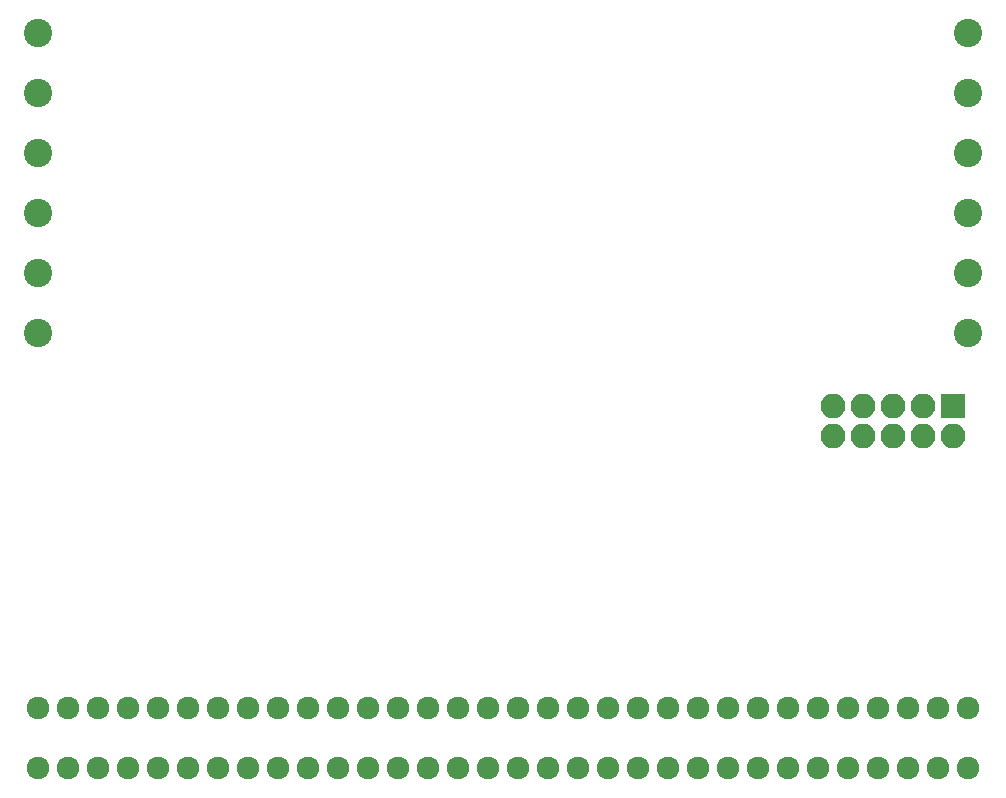
<source format=gbr>
G04 #@! TF.GenerationSoftware,KiCad,Pcbnew,(5.0.0-3-g5ebb6b6)*
G04 #@! TF.CreationDate,2019-03-06T20:47:56+00:00*
G04 #@! TF.ProjectId,ServerPSU_Breakout,5365727665725053555F427265616B6F,rev?*
G04 #@! TF.SameCoordinates,Original*
G04 #@! TF.FileFunction,Soldermask,Top*
G04 #@! TF.FilePolarity,Negative*
%FSLAX46Y46*%
G04 Gerber Fmt 4.6, Leading zero omitted, Abs format (unit mm)*
G04 Created by KiCad (PCBNEW (5.0.0-3-g5ebb6b6)) date Wednesday, 06 March 2019 at 20:47:56*
%MOMM*%
%LPD*%
G01*
G04 APERTURE LIST*
%ADD10C,1.924000*%
%ADD11C,2.400000*%
%ADD12R,2.100000X2.100000*%
%ADD13O,2.100000X2.100000*%
G04 APERTURE END LIST*
D10*
G04 #@! TO.C,J_PSU_IN1*
X190500000Y-116840000D03*
X185420000Y-116840000D03*
X182880000Y-116840000D03*
X180340000Y-116840000D03*
X177800000Y-116840000D03*
X175260000Y-116840000D03*
X172720000Y-116840000D03*
X170180000Y-116840000D03*
X167640000Y-116840000D03*
X165100000Y-116840000D03*
X162560000Y-116840000D03*
X160020000Y-116840000D03*
X157480000Y-116840000D03*
X154940000Y-116840000D03*
X152400000Y-116840000D03*
X149860000Y-116840000D03*
X147320000Y-116840000D03*
X144780000Y-116840000D03*
X142240000Y-116840000D03*
X139700000Y-116840000D03*
X137160000Y-116840000D03*
X134620000Y-116840000D03*
X132080000Y-116840000D03*
X129540000Y-116840000D03*
X127000000Y-116840000D03*
X124460000Y-116840000D03*
X121920000Y-116840000D03*
X119380000Y-116840000D03*
X116840000Y-116840000D03*
X114300000Y-116840000D03*
X111760000Y-116840000D03*
X187960000Y-116840000D03*
X190500000Y-121920000D03*
X187960000Y-121920000D03*
X185420000Y-121920000D03*
X182880000Y-121920000D03*
X180340000Y-121920000D03*
X177800000Y-121920000D03*
X175260000Y-121920000D03*
X172720000Y-121920000D03*
X170180000Y-121920000D03*
X167640000Y-121920000D03*
X165100000Y-121920000D03*
X162560000Y-121920000D03*
X160020000Y-121920000D03*
X157480000Y-121920000D03*
X154940000Y-121920000D03*
X152400000Y-121920000D03*
X149860000Y-121920000D03*
X147320000Y-121920000D03*
X144780000Y-121920000D03*
X142240000Y-121920000D03*
X139700000Y-121920000D03*
X137160000Y-121920000D03*
X134620000Y-121920000D03*
X132080000Y-121920000D03*
X129540000Y-121920000D03*
X127000000Y-121920000D03*
X124460000Y-121920000D03*
X121920000Y-121920000D03*
X119380000Y-121920000D03*
X116840000Y-121920000D03*
X114300000Y-121920000D03*
X111760000Y-121920000D03*
G04 #@! TD*
D11*
G04 #@! TO.C,J_GND1*
X190500000Y-85090000D03*
X190500000Y-80010000D03*
X190500000Y-74930000D03*
X190500000Y-69850000D03*
X190500000Y-64770000D03*
X190500000Y-59690000D03*
G04 #@! TD*
G04 #@! TO.C,J_VOUT1*
X111760000Y-59690000D03*
X111760000Y-64770000D03*
X111760000Y-69850000D03*
X111760000Y-74930000D03*
X111760000Y-80010000D03*
X111760000Y-85090000D03*
G04 #@! TD*
D12*
G04 #@! TO.C,J_DATA1*
X189230000Y-91313000D03*
D13*
X189230000Y-93853000D03*
X186690000Y-91313000D03*
X186690000Y-93853000D03*
X184150000Y-91313000D03*
X184150000Y-93853000D03*
X181610000Y-91313000D03*
X181610000Y-93853000D03*
X179070000Y-91313000D03*
X179070000Y-93853000D03*
G04 #@! TD*
M02*

</source>
